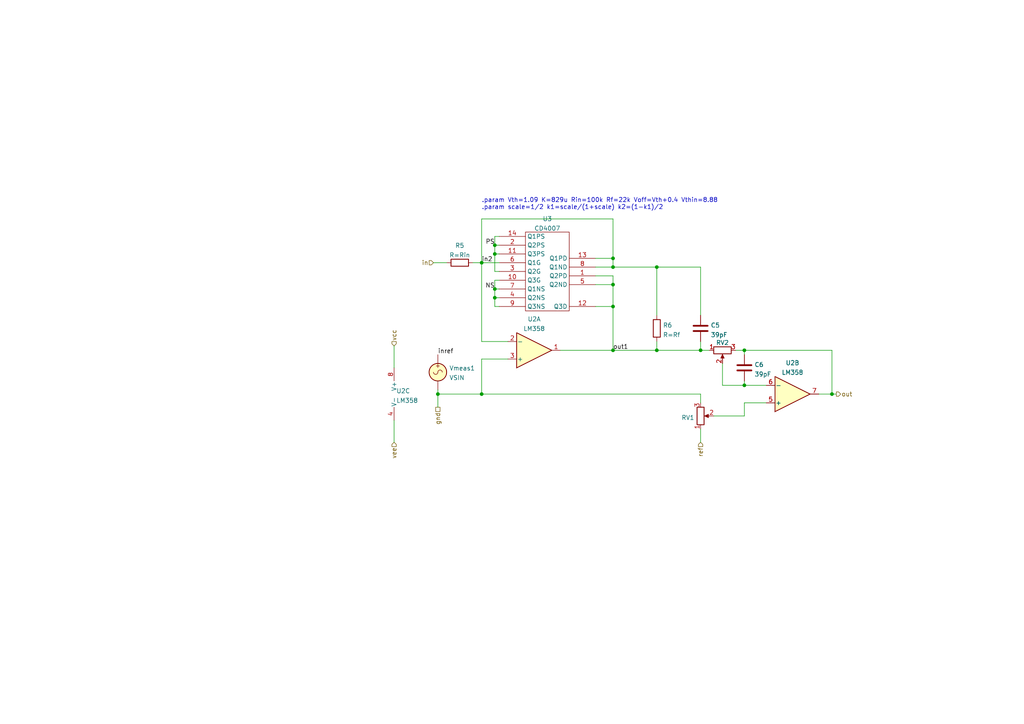
<source format=kicad_sch>
(kicad_sch (version 20211123) (generator eeschema)
  (paper "A4")
  (lib_symbols
    (symbol "Amplifier_Operational:LM358" (pin_names (offset 0.127))
      (property "Reference" "U" (at 0 5.08 0))
      (property "Value" "LM358" (at 0 -5.08 0))
      (symbol "LM358_1_1"
        (polyline (pts (xy -5.08 5.08) (xy 5.08 0) (xy -5.08 -5.08) (xy -5.08 5.08)) (stroke (width 0.254)) (fill (type background)))
        (pin output line (at 7.62 0 180) (length 2.54) (name "~") (number "1"))
        (pin input line (at -7.62 -2.54 0) (length 2.54) (name "-") (number "2"))
        (pin input line (at -7.62 2.54 0) (length 2.54) (name "+") (number "3"))
      )
      (symbol "LM358_2_1"
        (polyline (pts (xy -5.08 5.08) (xy 5.08 0) (xy -5.08 -5.08) (xy -5.08 5.08)) (stroke (width 0.254)) (fill (type background)))
        (pin input line (at -7.62 2.54 0) (length 2.54) (name "+") (number "5"))
        (pin input line (at -7.62 -2.54 0) (length 2.54) (name "-") (number "6"))
        (pin output line (at 7.62 0 180) (length 2.54) (name "~") (number "7"))
      )
      (symbol "LM358_3_1"
        (pin power_in line (at -2.54 -7.62 90) (length 3.81) (name "V-") (number "4"))
        (pin power_in line (at -2.54 7.62 270) (length 3.81) (name "V+") (number "8"))
      )
    )
    (symbol "Device:C" (pin_numbers hide) (pin_names (offset 0.254))
      (property "Reference" "C" (at 0.635 2.54 0))
      (property "Value" "C" (at 0.635 -2.54 0))
      (symbol "C_0_1"
        (polyline (pts (xy -2.032 -0.762) (xy 2.032 -0.762)) (stroke (width 0.508)))
        (polyline (pts (xy -2.032 0.762) (xy 2.032 0.762)) (stroke (width 0.508)))
      )
      (symbol "C_1_1"
        (pin passive line (at 0 3.81 270) (length 2.794) (name "~") (number "1"))
        (pin passive line (at 0 -3.81 90) (length 2.794) (name "~") (number "2"))
      )
    )
    (symbol "Device:R" (pin_numbers hide) (pin_names (offset 0))
      (property "Reference" "R" (at 2.032 0 90))
      (property "Value" "R" (at 0 0 90))
      (symbol "R_0_1"
        (rectangle (start -1.016 -2.54) (end 1.016 2.54) (stroke (width 0.254)))
      )
      (symbol "R_1_1"
        (pin passive line (at 0 3.81 270) (length 1.27) (name "~") (number "1"))
        (pin passive line (at 0 -3.81 90) (length 1.27) (name "~") (number "2"))
      )
    )
    (symbol "Device:R_Potentiometer" (pin_names (offset 1.016) hide)
      (property "Reference" "RV" (at -4.445 0 90))
      (property "Value" "R_Potentiometer" (at -2.54 0 90))
      (symbol "R_Potentiometer_0_1"
        (polyline (pts (xy 2.54 0) (xy 1.524 0)))
        (polyline (pts (xy 1.143 0) (xy 2.286 0.508) (xy 2.286 -0.508) (xy 1.143 0)) (fill (type outline)))
        (rectangle (start 1.016 2.54) (end -1.016 -2.54) (stroke (width 0.254)))
      )
      (symbol "R_Potentiometer_1_1"
        (pin passive line (at 0 3.81 270) (length 1.27) (name "1") (number "1"))
        (pin passive line (at 3.81 0 180) (length 1.27) (name "2") (number "2"))
        (pin passive line (at 0 -3.81 90) (length 1.27) (name "3") (number "3"))
      )
    )
    (symbol "Multimeter:CD4007"
      (property "Reference" "U" (at 3.81 12.7 0))
      (property "Value" "CD4007" (at 6.35 -13.97 0))
      (symbol "CD4007_0_1"
        (rectangle (start -6.35 11.43) (end 6.35 -11.43))
      )
      (symbol "CD4007_1_1"
        (pin output line (at 13.97 -1.27 180) (length 7.62) (name "Q2PD") (number "1"))
        (pin input line (at -13.97 -2.54 0) (length 7.62) (name "Q3G") (number "10"))
        (pin input line (at -13.97 5.08 0) (length 7.62) (name "Q3PS") (number "11"))
        (pin output line (at 13.97 -10.16 180) (length 7.62) (name "Q3D") (number "12"))
        (pin output line (at 13.97 3.81 180) (length 7.62) (name "Q1PD") (number "13"))
        (pin input line (at -13.97 10.16 0) (length 7.62) (name "Q1PS") (number "14"))
        (pin input line (at -13.97 7.62 0) (length 7.62) (name "Q2PS") (number "2"))
        (pin input line (at -13.97 0 0) (length 7.62) (name "Q2G") (number "3"))
        (pin input line (at -13.97 -7.62 0) (length 7.62) (name "Q2NS") (number "4"))
        (pin output line (at 13.97 -3.81 180) (length 7.62) (name "Q2ND") (number "5"))
        (pin input line (at -13.97 2.54 0) (length 7.62) (name "Q1G") (number "6"))
        (pin input line (at -13.97 -5.08 0) (length 7.62) (name "Q1NS") (number "7"))
        (pin output line (at 13.97 1.27 180) (length 7.62) (name "Q1ND") (number "8"))
        (pin input line (at -13.97 -10.16 0) (length 7.62) (name "Q3NS") (number "9"))
      )
    )
    (symbol "Simulation_SPICE:VSIN" (pin_numbers hide) (pin_names (offset 0.0254))
      (property "Reference" "V" (at 2.54 2.54 0))
      (property "Value" "VSIN" (at 2.54 0 0))
      (property "Spice_Model" "sin(0 1 1k)" (at 2.54 -2.54 0))
      (symbol "VSIN_0_0"
        (arc (start 0 0) (mid -0.635 0.635) (end -1.27 0))
        (arc (start 0 0) (mid 0.635 -0.635) (end 1.27 0))
        (text "+" (at 0 1.905 0) (effects (font (size 1.27 1.27))))
      )
      (symbol "VSIN_0_1"
        (circle (center 0 0) (radius 2.54) (stroke (width 0.254)) (fill (type background)))
      )
      (symbol "VSIN_1_1"
        (pin passive line (at 0 5.08 270) (length 2.54) (name "~") (number "1"))
        (pin passive line (at 0 -5.08 90) (length 2.54) (name "~") (number "2"))
      )
    )
  )
  (junction (at 177.8 101.6))
  (junction (at 143.51 73.66))
  (junction (at 190.5 101.6))
  (junction (at 177.8 74.93))
  (junction (at 139.7 114.3))
  (junction (at 177.8 82.55))
  (junction (at 177.8 88.9))
  (junction (at 143.51 86.36))
  (junction (at 215.9 111.76))
  (junction (at 190.5 77.47))
  (junction (at 241.3 114.3))
  (junction (at 215.9 101.6))
  (junction (at 139.7 76.2))
  (junction (at 177.8 77.47))
  (junction (at 143.51 71.12))
  (junction (at 143.51 83.82))
  (junction (at 127 114.3))
  (junction (at 203.2 101.6))
  (wire (pts (xy 139.7 76.2) (xy 139.7 99.06)))
  (wire (pts (xy 143.51 68.58) (xy 143.51 71.12)))
  (wire (pts (xy 114.3 100.33) (xy 114.3 106.68)))
  (wire (pts (xy 190.5 99.06) (xy 190.5 101.6)))
  (wire (pts (xy 203.2 99.06) (xy 203.2 101.6)))
  (wire (pts (xy 209.55 105.41) (xy 209.55 111.76)))
  (wire (pts (xy 177.8 74.93) (xy 177.8 77.47)))
  (wire (pts (xy 213.36 101.6) (xy 215.9 101.6)))
  (wire (pts (xy 215.9 110.49) (xy 215.9 111.76)))
  (wire (pts (xy 143.51 83.82) (xy 143.51 81.28)))
  (wire (pts (xy 177.8 88.9) (xy 177.8 101.6)))
  (wire (pts (xy 241.3 114.3) (xy 237.49 114.3)))
  (wire (pts (xy 222.25 116.84) (xy 215.9 116.84)))
  (wire (pts (xy 139.7 76.2) (xy 144.78 76.2)))
  (wire (pts (xy 177.8 101.6) (xy 190.5 101.6)))
  (wire (pts (xy 143.51 86.36) (xy 143.51 88.9)))
  (wire (pts (xy 127 113.03) (xy 127 114.3)))
  (wire (pts (xy 143.51 88.9) (xy 144.78 88.9)))
  (wire (pts (xy 203.2 101.6) (xy 190.5 101.6)))
  (wire (pts (xy 139.7 104.14) (xy 147.32 104.14)))
  (wire (pts (xy 139.7 76.2) (xy 139.7 63.5)))
  (wire (pts (xy 203.2 128.27) (xy 203.2 124.46)))
  (wire (pts (xy 172.72 88.9) (xy 177.8 88.9)))
  (wire (pts (xy 162.56 101.6) (xy 177.8 101.6)))
  (wire (pts (xy 139.7 114.3) (xy 127 114.3)))
  (wire (pts (xy 172.72 82.55) (xy 177.8 82.55)))
  (wire (pts (xy 114.3 121.92) (xy 114.3 128.27)))
  (wire (pts (xy 144.78 83.82) (xy 143.51 83.82)))
  (wire (pts (xy 242.57 114.3) (xy 241.3 114.3)))
  (wire (pts (xy 172.72 77.47) (xy 177.8 77.47)))
  (wire (pts (xy 241.3 114.3) (xy 241.3 101.6)))
  (wire (pts (xy 127 114.3) (xy 127 118.11)))
  (wire (pts (xy 172.72 80.01) (xy 177.8 80.01)))
  (wire (pts (xy 144.78 73.66) (xy 143.51 73.66)))
  (wire (pts (xy 143.51 81.28) (xy 144.78 81.28)))
  (wire (pts (xy 209.55 111.76) (xy 215.9 111.76)))
  (wire (pts (xy 143.51 78.74) (xy 143.51 73.66)))
  (wire (pts (xy 215.9 116.84) (xy 215.9 120.65)))
  (wire (pts (xy 125.73 76.2) (xy 129.54 76.2)))
  (wire (pts (xy 177.8 74.93) (xy 172.72 74.93)))
  (wire (pts (xy 215.9 101.6) (xy 241.3 101.6)))
  (wire (pts (xy 143.51 73.66) (xy 143.51 71.12)))
  (wire (pts (xy 190.5 77.47) (xy 203.2 77.47)))
  (wire (pts (xy 215.9 102.87) (xy 215.9 101.6)))
  (wire (pts (xy 203.2 114.3) (xy 203.2 116.84)))
  (wire (pts (xy 139.7 99.06) (xy 147.32 99.06)))
  (wire (pts (xy 144.78 68.58) (xy 143.51 68.58)))
  (wire (pts (xy 190.5 91.44) (xy 190.5 77.47)))
  (wire (pts (xy 144.78 78.74) (xy 143.51 78.74)))
  (wire (pts (xy 215.9 120.65) (xy 207.01 120.65)))
  (wire (pts (xy 143.51 86.36) (xy 144.78 86.36)))
  (wire (pts (xy 203.2 77.47) (xy 203.2 91.44)))
  (wire (pts (xy 137.16 76.2) (xy 139.7 76.2)))
  (wire (pts (xy 177.8 82.55) (xy 177.8 88.9)))
  (wire (pts (xy 139.7 114.3) (xy 203.2 114.3)))
  (wire (pts (xy 177.8 63.5) (xy 177.8 74.93)))
  (wire (pts (xy 143.51 83.82) (xy 143.51 86.36)))
  (wire (pts (xy 215.9 111.76) (xy 222.25 111.76)))
  (wire (pts (xy 177.8 77.47) (xy 190.5 77.47)))
  (wire (pts (xy 203.2 101.6) (xy 205.74 101.6)))
  (wire (pts (xy 143.51 71.12) (xy 144.78 71.12)))
  (wire (pts (xy 139.7 104.14) (xy 139.7 114.3)))
  (wire (pts (xy 139.7 63.5) (xy 177.8 63.5)))
  (wire (pts (xy 177.8 80.01) (xy 177.8 82.55)))
  (text ".param Vth=1.09 K=829u Rin=100k Rf=22k Voff=Vth+0.4 Vthin=8.88\n.param scale=1/2 k1=scale/(1+scale) k2=(1-k1)/2" (at 139.7 60.96 0) (effects (font (size 1.27 1.27)) (justify left bottom)))
  (label "inref" (at 127 102.87 0))
  (label "out1" (at 177.8 101.6 0))
  (label "PS" (at 143.51 71.12 180))
  (label "in2" (at 139.7 76.2 0))
  (label "NS" (at 143.51 83.82 180))
  (hierarchical_label "out" (shape output) (at 242.57 114.3 0))
  (hierarchical_label "ref" (shape input) (at 203.2 128.27 270))
  (hierarchical_label "vcc" (shape input) (at 114.3 100.33 90))
  (hierarchical_label "in" (shape input) (at 125.73 76.2 180))
  (hierarchical_label "gnd" (shape passive) (at 127 118.11 270))
  (hierarchical_label "vee" (shape input) (at 114.3 128.27 270))
  (symbol (lib_id "Device:R") (at 133.35 76.2 90) (unit 1)
    (property "Reference" "R5" (at 133.35 71.2175 90))
    (property "Value" "R=Rin" (at 133.35 73.9926 90))
  )
  (symbol (lib_id "Device:R") (at 190.5 95.25 180) (unit 1)
    (property "Reference" "R6" (at 192.278 94.3415 0) (effects (justify right)))
    (property "Value" "R=Rf" (at 192.278 97.1166 0) (effects (justify right)))
  )
  (symbol (lib_id "Simulation_SPICE:VSIN") (at 127 107.95 0) (mirror y) (unit 1)
    (property "Reference" "Vmeas1" (at 130.302 106.7922 0) (effects (justify right)))
    (property "Value" "VSIN" (at 130.302 109.5673 0) (effects (justify right)))
    (property "Spice_Netlist_Enabled" "Y" (effects hide))
    (property "Spice_Primitive" "B" (effects hide))
    (property "Spice_Model" "V=(abs(V(/Voltage/in))<Vthin?(Rf/Rin)*abs(V(/Voltage/in)):Voff+sqrt(abs(V(/Voltage/in)/(Rin*K/2))))*(V(/Voltage/in)>0?-1:1)" (effects hide))
  )
  (symbol (lib_id "Device:R_Potentiometer") (at 203.2 120.65 0) (mirror x) (unit 1)
    (property "Reference" "RV1" (at 201.4221 121.129 0) (effects (justify right)))
    (property "Value" "R_Potentiometer" (effects hide))
    (property "Spice_Primitive" "X" (effects hide))
    (property "Spice_Model" "rpot k=k2 R=100k" (effects hide))
    (property "Spice_Netlist_Enabled" "Y" (effects hide))
    (property "Spice_Lib_File" "SPICE.lib" (effects hide))
  )
  (symbol (lib_id "Amplifier_Operational:LM358") (at 229.87 114.3 0) (mirror x) (unit 2)
    (property "Reference" "U2" (at 229.87 105.2535 0))
    (property "Value" "LM358" (at 229.87 108.0286 0))
    (property "Datasheet" "http://www.ti.com/lit/ds/symlink/lm2904-n.pdf" (effects hide))
    (property "Spice_Primitive" "X" (effects hide))
    (property "Spice_Model" "lm358" (effects hide))
    (property "Spice_Netlist_Enabled" "Y" (effects hide))
    (property "Spice_Lib_File" "SPICE.lib" (effects hide))
  )
  (symbol (lib_id "Amplifier_Operational:LM358") (at 116.84 114.3 0) (unit 3)
    (property "Reference" "U2" (at 114.935 113.3915 0) (effects (justify left)))
    (property "Value" "LM358" (at 114.935 116.1666 0) (effects (justify left)))
    (property "Datasheet" "http://www.ti.com/lit/ds/symlink/lm2904-n.pdf" (effects hide))
    (property "Spice_Primitive" "X" (effects hide))
    (property "Spice_Model" "lm358" (effects hide))
    (property "Spice_Netlist_Enabled" "Y" (effects hide))
    (property "Spice_Lib_File" "SPICE.lib" (effects hide))
  )
  (symbol (lib_id "Multimeter:CD4007") (at 158.75 78.74 0) (unit 1)
    (property "Reference" "U3" (at 158.75 63.4705 0))
    (property "Value" "CD4007" (at 158.75 66.2456 0))
    (property "Spice_Primitive" "X" (effects hide))
    (property "Spice_Model" "CD4007" (effects hide))
    (property "Spice_Netlist_Enabled" "Y" (effects hide))
    (property "Spice_Lib_File" "SPICE.lib" (effects hide))
  )
  (symbol (lib_id "Device:R_Potentiometer") (at 209.55 101.6 90) (mirror x) (unit 1)
    (property "Reference" "RV2" (at 209.55 99.3925 90))
    (property "Value" "R_Potentiometer" (effects hide))
    (property "Spice_Primitive" "X" (effects hide))
    (property "Spice_Model" "rpot k=k1 R=100k" (effects hide))
    (property "Spice_Netlist_Enabled" "Y" (effects hide))
    (property "Spice_Lib_File" "SPICE.lib" (effects hide))
  )
  (symbol (lib_id "Amplifier_Operational:LM358") (at 154.94 101.6 0) (mirror x) (unit 1)
    (property "Reference" "U2" (at 154.94 92.5535 0))
    (property "Value" "LM358" (at 154.94 95.3286 0))
    (property "Datasheet" "http://www.ti.com/lit/ds/symlink/lm2904-n.pdf" (effects hide))
    (property "Spice_Primitive" "X" (effects hide))
    (property "Spice_Model" "lm358" (effects hide))
    (property "Spice_Netlist_Enabled" "Y" (effects hide))
    (property "Spice_Lib_File" "SPICE.lib" (effects hide))
  )
  (symbol (lib_id "Device:C") (at 215.9 106.68 180) (unit 1)
    (property "Reference" "C6" (at 218.821 105.7715 0) (effects (justify right)))
    (property "Value" "39pF" (at 218.821 108.5466 0) (effects (justify right)))
  )
  (symbol (lib_id "Device:C") (at 203.2 95.25 0) (unit 1)
    (property "Reference" "C5" (at 206.121 94.3415 0) (effects (justify left)))
    (property "Value" "39pF" (at 206.121 97.1166 0) (effects (justify left)))
  )
)
</source>
